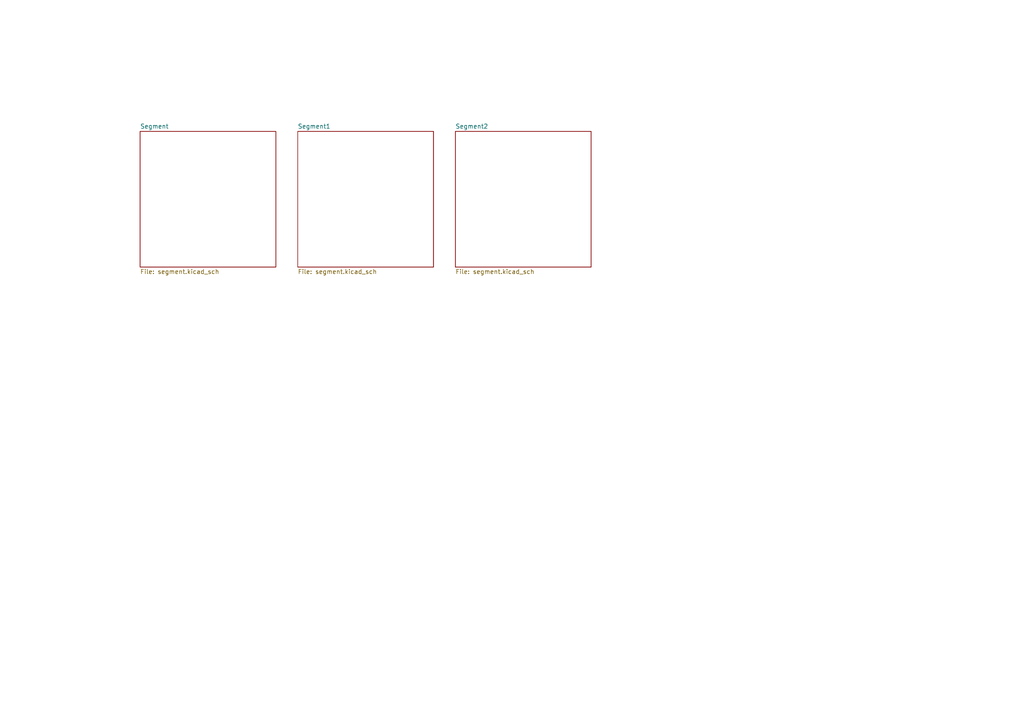
<source format=kicad_sch>
(kicad_sch (version 20211123) (generator eeschema)
  (paper "A4")
  (lib_symbols)
  (sheet (at 132.08 38.1) (size 39.37 39.37) (stroke (width 0.1524))
    (property "Sheet name" "Segment2" (at 132.08 37.3884 0) (effects (justify left bottom)))
    (property "Sheet file" "segment.kicad_sch" (at 132.08 78.0546 0) (effects (justify left top)))
  )
  (sheet (at 40.64 38.1) (size 39.37 39.37) (stroke (width 0.1524))
    (property "Sheet name" "Segment" (at 40.64 37.3884 0) (effects (justify left bottom)))
    (property "Sheet file" "segment.kicad_sch" (at 40.64 78.0546 0) (effects (justify left top)))
  )
  (sheet (at 86.36 38.1) (size 39.37 39.37) (stroke (width 0.1524))
    (property "Sheet name" "Segment1" (at 86.36 37.3884 0) (effects (justify left bottom)))
    (property "Sheet file" "segment.kicad_sch" (at 86.36 78.0546 0) (effects (justify left top)))
  )
)
</source>
